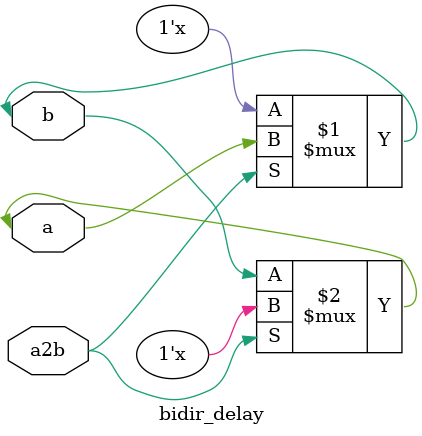
<source format=v>
/*
Copyright (c) 2023, Advanced Micro Devices, Inc. All rights reserved.
SPDX-License-Identifier: MIT
*/

`timescale 1ps/1ps
module bidir_delay #(parameter DELAY = 60) (
     inout  a, b,
     input a2b
);

assign  #DELAY b = a2b ? a : 1'bz;
assign  #DELAY a = a2b ? 1'bz : b;

endmodule 

</source>
